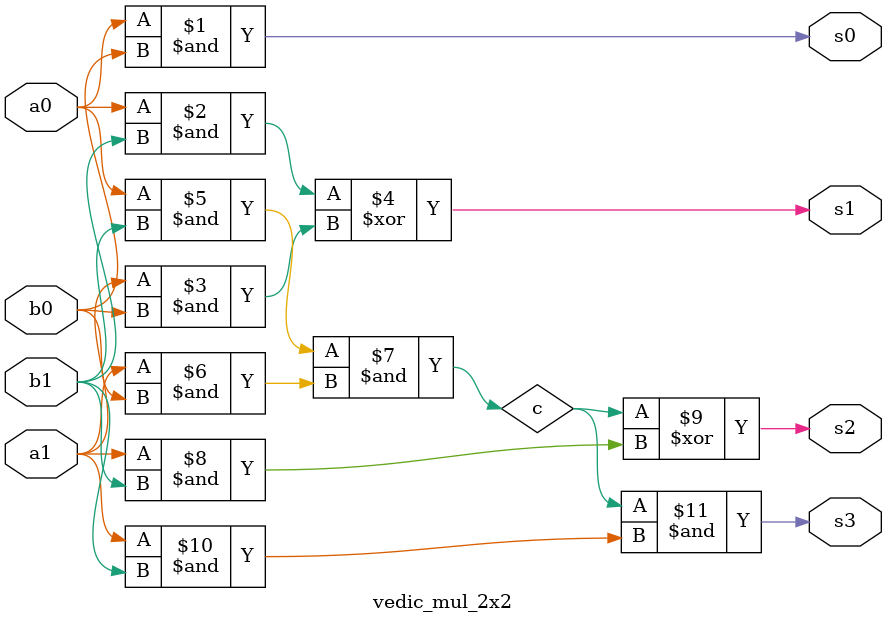
<source format=sv>
module vedic_mul_2x2(
	input logic a0, a1, b0, b1,
	output logic s0, s1, s2, s3
	);
	
	logic c;
	assign s0 = a0 & b0;
	assign s1 = (a0 & b1) ^ (a1 & b0);
	assign c = (a0 & b1) & (a1 & b0);
	assign s2 = c ^ (a1 & b1);
	assign s3 = c & (a1 & b1);
	
endmodule

</source>
